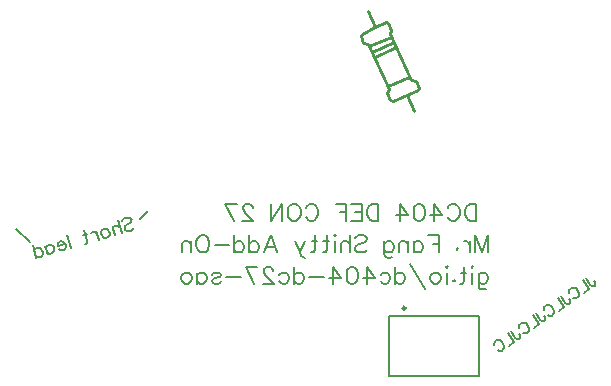
<source format=gbo>
G04 Layer: BottomSilkLayer*
G04 EasyEDA v6.1.51, Thu, 20 Jun 2019 01:18:00 GMT*
G04 13a2db1834074896a0e2ff3160756fa7,fc2bddda97e04f84aaf3dc2e9cb20b51,10*
G04 Gerber Generator version 0.2*
G04 Scale: 100 percent, Rotated: No, Reflected: No *
G04 Dimensions in millimeters *
G04 leading zeros omitted , absolute positions ,3 integer and 3 decimal *
%FSLAX33Y33*%
%MOMM*%
G90*
G71D02*

%ADD10C,0.254000*%
%ADD15C,0.203200*%
%ADD16C,0.200000*%
%ADD17C,0.202997*%

%LPD*%
G54D10*
G01X37296Y34344D02*
G01X39104Y35187D01*
G01X37557Y33905D02*
G01X39352Y34742D01*
G01X37748Y33434D02*
G01X39544Y34271D01*
G01X38874Y30960D02*
G01X40647Y31787D01*
G01X37153Y37358D02*
G01X37797Y35976D01*
G01X36646Y35440D01*
G01X36559Y35202D01*
G01X36805Y34675D01*
G01X37210Y34529D01*
G01X38959Y30778D01*
G01X38813Y30370D01*
G01X39092Y29771D01*
G01X39329Y29685D01*
G01X41401Y30651D01*
G01X41474Y30852D01*
G01X41216Y31406D01*
G01X40844Y31543D01*
G01X39040Y35411D01*
G01X39177Y35780D01*
G01X38919Y36332D01*
G01X38718Y36406D01*
G01X37797Y35976D01*
G01X40480Y30221D02*
G01X41124Y28840D01*
G54D15*
G01X46609Y11557D02*
G01X46609Y6477D01*
G01X38989Y6477D01*
G01X38989Y11557D01*
G01X46609Y11557D01*
G01X41740Y11557D01*
G01X7366Y18923D02*
G01X8541Y17747D01*
G01X46552Y15199D02*
G01X46552Y14108D01*
G01X46620Y13904D01*
G01X46689Y13836D01*
G01X46825Y13768D01*
G01X47030Y13768D01*
G01X47166Y13836D01*
G01X46552Y14995D02*
G01X46689Y15131D01*
G01X46825Y15199D01*
G01X47030Y15199D01*
G01X47166Y15131D01*
G01X47302Y14995D01*
G01X47371Y14790D01*
G01X47371Y14654D01*
G01X47302Y14449D01*
G01X47166Y14313D01*
G01X47030Y14245D01*
G01X46825Y14245D01*
G01X46689Y14313D01*
G01X46552Y14449D01*
G01X46102Y15677D02*
G01X46034Y15608D01*
G01X45966Y15677D01*
G01X46034Y15745D01*
G01X46102Y15677D01*
G01X46034Y15199D02*
G01X46034Y14245D01*
G01X45311Y15677D02*
G01X45311Y14518D01*
G01X45243Y14313D01*
G01X45107Y14245D01*
G01X44971Y14245D01*
G01X45516Y15199D02*
G01X45039Y15199D01*
G01X44452Y14586D02*
G01X44520Y14518D01*
G01X44452Y14449D01*
G01X44384Y14518D01*
G01X44452Y14586D01*
G01X43934Y15677D02*
G01X43866Y15608D01*
G01X43798Y15677D01*
G01X43866Y15745D01*
G01X43934Y15677D01*
G01X43866Y15199D02*
G01X43866Y14245D01*
G01X43007Y15199D02*
G01X43143Y15131D01*
G01X43280Y14995D01*
G01X43348Y14790D01*
G01X43348Y14654D01*
G01X43280Y14449D01*
G01X43143Y14313D01*
G01X43007Y14245D01*
G01X42802Y14245D01*
G01X42666Y14313D01*
G01X42530Y14449D01*
G01X42461Y14654D01*
G01X42461Y14790D01*
G01X42530Y14995D01*
G01X42666Y15131D01*
G01X42802Y15199D01*
G01X43007Y15199D01*
G01X40784Y15949D02*
G01X42011Y13768D01*
G01X39516Y15677D02*
G01X39516Y14245D01*
G01X39516Y14995D02*
G01X39652Y15131D01*
G01X39789Y15199D01*
G01X39993Y15199D01*
G01X40130Y15131D01*
G01X40266Y14995D01*
G01X40334Y14790D01*
G01X40334Y14654D01*
G01X40266Y14449D01*
G01X40130Y14313D01*
G01X39993Y14245D01*
G01X39789Y14245D01*
G01X39652Y14313D01*
G01X39516Y14449D01*
G01X38248Y14995D02*
G01X38384Y15131D01*
G01X38521Y15199D01*
G01X38725Y15199D01*
G01X38861Y15131D01*
G01X38998Y14995D01*
G01X39066Y14790D01*
G01X39066Y14654D01*
G01X38998Y14449D01*
G01X38861Y14313D01*
G01X38725Y14245D01*
G01X38521Y14245D01*
G01X38384Y14313D01*
G01X38248Y14449D01*
G01X37116Y15677D02*
G01X37798Y14722D01*
G01X36775Y14722D01*
G01X37116Y15677D02*
G01X37116Y14245D01*
G01X35916Y15677D02*
G01X36121Y15608D01*
G01X36257Y15404D01*
G01X36325Y15063D01*
G01X36325Y14859D01*
G01X36257Y14518D01*
G01X36121Y14313D01*
G01X35916Y14245D01*
G01X35780Y14245D01*
G01X35575Y14313D01*
G01X35439Y14518D01*
G01X35370Y14859D01*
G01X35370Y15063D01*
G01X35439Y15404D01*
G01X35575Y15608D01*
G01X35780Y15677D01*
G01X35916Y15677D01*
G01X34239Y15677D02*
G01X34921Y14722D01*
G01X33898Y14722D01*
G01X34239Y15677D02*
G01X34239Y14245D01*
G01X33448Y14859D02*
G01X32220Y14859D01*
G01X30952Y15677D02*
G01X30952Y14245D01*
G01X30952Y14995D02*
G01X31089Y15131D01*
G01X31225Y15199D01*
G01X31430Y15199D01*
G01X31566Y15131D01*
G01X31702Y14995D01*
G01X31771Y14790D01*
G01X31771Y14654D01*
G01X31702Y14449D01*
G01X31566Y14313D01*
G01X31430Y14245D01*
G01X31225Y14245D01*
G01X31089Y14313D01*
G01X30952Y14449D01*
G01X29684Y14995D02*
G01X29820Y15131D01*
G01X29957Y15199D01*
G01X30161Y15199D01*
G01X30298Y15131D01*
G01X30434Y14995D01*
G01X30502Y14790D01*
G01X30502Y14654D01*
G01X30434Y14449D01*
G01X30298Y14313D01*
G01X30161Y14245D01*
G01X29957Y14245D01*
G01X29820Y14313D01*
G01X29684Y14449D01*
G01X29166Y15336D02*
G01X29166Y15404D01*
G01X29098Y15540D01*
G01X29030Y15608D01*
G01X28893Y15677D01*
G01X28620Y15677D01*
G01X28484Y15608D01*
G01X28416Y15540D01*
G01X28348Y15404D01*
G01X28348Y15268D01*
G01X28416Y15131D01*
G01X28552Y14927D01*
G01X29234Y14245D01*
G01X28280Y14245D01*
G01X26875Y15677D02*
G01X27557Y14245D01*
G01X27830Y15677D02*
G01X26875Y15677D01*
G01X26425Y14859D02*
G01X25198Y14859D01*
G01X23998Y14995D02*
G01X24066Y15131D01*
G01X24270Y15199D01*
G01X24475Y15199D01*
G01X24680Y15131D01*
G01X24748Y14995D01*
G01X24680Y14859D01*
G01X24543Y14790D01*
G01X24202Y14722D01*
G01X24066Y14654D01*
G01X23998Y14518D01*
G01X23998Y14449D01*
G01X24066Y14313D01*
G01X24270Y14245D01*
G01X24475Y14245D01*
G01X24680Y14313D01*
G01X24748Y14449D01*
G01X22730Y15199D02*
G01X22730Y14245D01*
G01X22730Y14995D02*
G01X22866Y15131D01*
G01X23002Y15199D01*
G01X23207Y15199D01*
G01X23343Y15131D01*
G01X23480Y14995D01*
G01X23548Y14790D01*
G01X23548Y14654D01*
G01X23480Y14449D01*
G01X23343Y14313D01*
G01X23207Y14245D01*
G01X23002Y14245D01*
G01X22866Y14313D01*
G01X22730Y14449D01*
G01X21939Y15199D02*
G01X22075Y15131D01*
G01X22211Y14995D01*
G01X22280Y14790D01*
G01X22280Y14654D01*
G01X22211Y14449D01*
G01X22075Y14313D01*
G01X21939Y14245D01*
G01X21734Y14245D01*
G01X21598Y14313D01*
G01X21461Y14449D01*
G01X21393Y14654D01*
G01X21393Y14790D01*
G01X21461Y14995D01*
G01X21598Y15131D01*
G01X21734Y15199D01*
G01X21939Y15199D01*
G54D16*
G01X47371Y18344D02*
G01X47371Y16912D01*
G01X47371Y18344D02*
G01X46825Y16912D01*
G01X46280Y18344D02*
G01X46825Y16912D01*
G01X46280Y18344D02*
G01X46280Y16912D01*
G01X45830Y17866D02*
G01X45830Y16912D01*
G01X45830Y17457D02*
G01X45761Y17662D01*
G01X45625Y17798D01*
G01X45489Y17866D01*
G01X45284Y17866D01*
G01X44766Y17253D02*
G01X44834Y17185D01*
G01X44766Y17116D01*
G01X44698Y17185D01*
G01X44766Y17253D01*
G01X43198Y18344D02*
G01X43198Y16912D01*
G01X43198Y18344D02*
G01X42311Y18344D01*
G01X43198Y17662D02*
G01X42652Y17662D01*
G01X41043Y17866D02*
G01X41043Y16912D01*
G01X41043Y17662D02*
G01X41180Y17798D01*
G01X41316Y17866D01*
G01X41520Y17866D01*
G01X41657Y17798D01*
G01X41793Y17662D01*
G01X41861Y17457D01*
G01X41861Y17321D01*
G01X41793Y17116D01*
G01X41657Y16980D01*
G01X41520Y16912D01*
G01X41316Y16912D01*
G01X41180Y16980D01*
G01X41043Y17116D01*
G01X40593Y17866D02*
G01X40593Y16912D01*
G01X40593Y17594D02*
G01X40389Y17798D01*
G01X40252Y17866D01*
G01X40048Y17866D01*
G01X39911Y17798D01*
G01X39843Y17594D01*
G01X39843Y16912D01*
G01X38575Y17866D02*
G01X38575Y16775D01*
G01X38643Y16571D01*
G01X38711Y16503D01*
G01X38848Y16435D01*
G01X39052Y16435D01*
G01X39189Y16503D01*
G01X38575Y17662D02*
G01X38711Y17798D01*
G01X38848Y17866D01*
G01X39052Y17866D01*
G01X39189Y17798D01*
G01X39325Y17662D01*
G01X39393Y17457D01*
G01X39393Y17321D01*
G01X39325Y17116D01*
G01X39189Y16980D01*
G01X39052Y16912D01*
G01X38848Y16912D01*
G01X38711Y16980D01*
G01X38575Y17116D01*
G01X36121Y18139D02*
G01X36257Y18275D01*
G01X36461Y18344D01*
G01X36734Y18344D01*
G01X36939Y18275D01*
G01X37075Y18139D01*
G01X37075Y18003D01*
G01X37007Y17866D01*
G01X36939Y17798D01*
G01X36802Y17730D01*
G01X36393Y17594D01*
G01X36257Y17526D01*
G01X36189Y17457D01*
G01X36121Y17321D01*
G01X36121Y17116D01*
G01X36257Y16980D01*
G01X36461Y16912D01*
G01X36734Y16912D01*
G01X36939Y16980D01*
G01X37075Y17116D01*
G01X35670Y18344D02*
G01X35670Y16912D01*
G01X35670Y17594D02*
G01X35466Y17798D01*
G01X35330Y17866D01*
G01X35125Y17866D01*
G01X34989Y17798D01*
G01X34921Y17594D01*
G01X34921Y16912D01*
G01X34471Y18344D02*
G01X34402Y18275D01*
G01X34334Y18344D01*
G01X34402Y18412D01*
G01X34471Y18344D01*
G01X34402Y17866D02*
G01X34402Y16912D01*
G01X33680Y18344D02*
G01X33680Y17185D01*
G01X33611Y16980D01*
G01X33475Y16912D01*
G01X33339Y16912D01*
G01X33884Y17866D02*
G01X33407Y17866D01*
G01X32684Y18344D02*
G01X32684Y17185D01*
G01X32616Y16980D01*
G01X32480Y16912D01*
G01X32343Y16912D01*
G01X32889Y17866D02*
G01X32411Y17866D01*
G01X31825Y17866D02*
G01X31416Y16912D01*
G01X31007Y17866D02*
G01X31416Y16912D01*
G01X31552Y16639D01*
G01X31689Y16503D01*
G01X31825Y16435D01*
G01X31893Y16435D01*
G01X28961Y18344D02*
G01X29507Y16912D01*
G01X28961Y18344D02*
G01X28416Y16912D01*
G01X29302Y17389D02*
G01X28620Y17389D01*
G01X27148Y18344D02*
G01X27148Y16912D01*
G01X27148Y17662D02*
G01X27284Y17798D01*
G01X27421Y17866D01*
G01X27625Y17866D01*
G01X27761Y17798D01*
G01X27898Y17662D01*
G01X27966Y17457D01*
G01X27966Y17321D01*
G01X27898Y17116D01*
G01X27761Y16980D01*
G01X27625Y16912D01*
G01X27421Y16912D01*
G01X27284Y16980D01*
G01X27148Y17116D01*
G01X25880Y18344D02*
G01X25880Y16912D01*
G01X25880Y17662D02*
G01X26016Y17798D01*
G01X26152Y17866D01*
G01X26357Y17866D01*
G01X26493Y17798D01*
G01X26630Y17662D01*
G01X26698Y17457D01*
G01X26698Y17321D01*
G01X26630Y17116D01*
G01X26493Y16980D01*
G01X26357Y16912D01*
G01X26152Y16912D01*
G01X26016Y16980D01*
G01X25880Y17116D01*
G01X25430Y17526D02*
G01X24202Y17526D01*
G01X23343Y18344D02*
G01X23480Y18275D01*
G01X23616Y18139D01*
G01X23684Y18003D01*
G01X23752Y17798D01*
G01X23752Y17457D01*
G01X23684Y17253D01*
G01X23616Y17116D01*
G01X23480Y16980D01*
G01X23343Y16912D01*
G01X23070Y16912D01*
G01X22934Y16980D01*
G01X22798Y17116D01*
G01X22730Y17253D01*
G01X22661Y17457D01*
G01X22661Y17798D01*
G01X22730Y18003D01*
G01X22798Y18139D01*
G01X22934Y18275D01*
G01X23070Y18344D01*
G01X23343Y18344D01*
G01X22211Y17866D02*
G01X22211Y16912D01*
G01X22211Y17594D02*
G01X22007Y17798D01*
G01X21871Y17866D01*
G01X21666Y17866D01*
G01X21530Y17798D01*
G01X21461Y17594D01*
G01X21461Y16912D01*
G54D15*
G01X46355Y21011D02*
G01X46355Y19579D01*
G01X46355Y21011D02*
G01X45877Y21011D01*
G01X45673Y20943D01*
G01X45536Y20806D01*
G01X45468Y20670D01*
G01X45400Y20465D01*
G01X45400Y20124D01*
G01X45468Y19920D01*
G01X45536Y19783D01*
G01X45673Y19647D01*
G01X45877Y19579D01*
G01X46355Y19579D01*
G01X43927Y20670D02*
G01X43995Y20806D01*
G01X44132Y20943D01*
G01X44268Y21011D01*
G01X44541Y21011D01*
G01X44677Y20943D01*
G01X44814Y20806D01*
G01X44882Y20670D01*
G01X44950Y20465D01*
G01X44950Y20124D01*
G01X44882Y19920D01*
G01X44814Y19783D01*
G01X44677Y19647D01*
G01X44541Y19579D01*
G01X44268Y19579D01*
G01X44132Y19647D01*
G01X43995Y19783D01*
G01X43927Y19920D01*
G01X42795Y21011D02*
G01X43477Y20056D01*
G01X42455Y20056D01*
G01X42795Y21011D02*
G01X42795Y19579D01*
G01X41595Y21011D02*
G01X41800Y20943D01*
G01X41936Y20738D01*
G01X42005Y20397D01*
G01X42005Y20193D01*
G01X41936Y19852D01*
G01X41800Y19647D01*
G01X41595Y19579D01*
G01X41459Y19579D01*
G01X41255Y19647D01*
G01X41118Y19852D01*
G01X41050Y20193D01*
G01X41050Y20397D01*
G01X41118Y20738D01*
G01X41255Y20943D01*
G01X41459Y21011D01*
G01X41595Y21011D01*
G01X39918Y21011D02*
G01X40600Y20056D01*
G01X39577Y20056D01*
G01X39918Y21011D02*
G01X39918Y19579D01*
G01X38077Y21011D02*
G01X38077Y19579D01*
G01X38077Y21011D02*
G01X37600Y21011D01*
G01X37395Y20943D01*
G01X37259Y20806D01*
G01X37191Y20670D01*
G01X37123Y20465D01*
G01X37123Y20124D01*
G01X37191Y19920D01*
G01X37259Y19783D01*
G01X37395Y19647D01*
G01X37600Y19579D01*
G01X38077Y19579D01*
G01X36673Y21011D02*
G01X36673Y19579D01*
G01X36673Y21011D02*
G01X35786Y21011D01*
G01X36673Y20329D02*
G01X36127Y20329D01*
G01X36673Y19579D02*
G01X35786Y19579D01*
G01X35336Y21011D02*
G01X35336Y19579D01*
G01X35336Y21011D02*
G01X34450Y21011D01*
G01X35336Y20329D02*
G01X34791Y20329D01*
G01X31927Y20670D02*
G01X31995Y20806D01*
G01X32132Y20943D01*
G01X32268Y21011D01*
G01X32541Y21011D01*
G01X32677Y20943D01*
G01X32814Y20806D01*
G01X32882Y20670D01*
G01X32950Y20465D01*
G01X32950Y20124D01*
G01X32882Y19920D01*
G01X32814Y19783D01*
G01X32677Y19647D01*
G01X32541Y19579D01*
G01X32268Y19579D01*
G01X32132Y19647D01*
G01X31995Y19783D01*
G01X31927Y19920D01*
G01X31068Y21011D02*
G01X31205Y20943D01*
G01X31341Y20806D01*
G01X31409Y20670D01*
G01X31477Y20465D01*
G01X31477Y20124D01*
G01X31409Y19920D01*
G01X31341Y19783D01*
G01X31205Y19647D01*
G01X31068Y19579D01*
G01X30795Y19579D01*
G01X30659Y19647D01*
G01X30523Y19783D01*
G01X30455Y19920D01*
G01X30386Y20124D01*
G01X30386Y20465D01*
G01X30455Y20670D01*
G01X30523Y20806D01*
G01X30659Y20943D01*
G01X30795Y21011D01*
G01X31068Y21011D01*
G01X29936Y21011D02*
G01X29936Y19579D01*
G01X29936Y21011D02*
G01X28982Y19579D01*
G01X28982Y21011D02*
G01X28982Y19579D01*
G01X27414Y20670D02*
G01X27414Y20738D01*
G01X27345Y20874D01*
G01X27277Y20943D01*
G01X27141Y21011D01*
G01X26868Y21011D01*
G01X26732Y20943D01*
G01X26664Y20874D01*
G01X26595Y20738D01*
G01X26595Y20602D01*
G01X26664Y20465D01*
G01X26800Y20261D01*
G01X27482Y19579D01*
G01X26527Y19579D01*
G01X25123Y21011D02*
G01X25805Y19579D01*
G01X26077Y21011D02*
G01X25123Y21011D01*
G54D17*
G01X55605Y14732D02*
G01X56022Y14136D01*
G01X56137Y14050D01*
G01X56200Y14039D01*
G01X56301Y14054D01*
G01X56375Y14106D01*
G01X56424Y14195D01*
G01X56435Y14259D01*
G01X56394Y14396D01*
G01X56342Y14471D01*
G01X55359Y14559D02*
G01X55906Y13778D01*
G01X55906Y13778D02*
G01X55460Y13465D01*
G01X54238Y13497D02*
G01X54223Y13598D01*
G01X54246Y13724D01*
G01X54294Y13814D01*
G01X54443Y13918D01*
G01X54543Y13933D01*
G01X54670Y13911D01*
G01X54759Y13862D01*
G01X54875Y13777D01*
G01X55005Y13590D01*
G01X55046Y13453D01*
G01X55061Y13352D01*
G01X55039Y13226D01*
G01X54990Y13136D01*
G01X54841Y13032D01*
G01X54741Y13017D01*
G01X54614Y13039D01*
G01X54525Y13088D01*
G01X53490Y13251D02*
G01X53907Y12655D01*
G01X54022Y12569D01*
G01X54086Y12558D01*
G01X54186Y12573D01*
G01X54261Y12625D01*
G01X54309Y12715D01*
G01X54320Y12778D01*
G01X54279Y12916D01*
G01X54227Y12990D01*
G01X53244Y13079D02*
G01X53791Y12297D01*
G01X53791Y12297D02*
G01X53345Y11984D01*
G01X52123Y12016D02*
G01X52108Y12117D01*
G01X52131Y12244D01*
G01X52179Y12333D01*
G01X52328Y12437D01*
G01X52429Y12452D01*
G01X52555Y12430D01*
G01X52644Y12381D01*
G01X52760Y12296D01*
G01X52890Y12110D01*
G01X52931Y11972D01*
G01X52946Y11871D01*
G01X52924Y11745D01*
G01X52875Y11655D01*
G01X52727Y11551D01*
G01X52626Y11536D01*
G01X52499Y11558D01*
G01X52410Y11607D01*
G01X51375Y11770D02*
G01X51792Y11174D01*
G01X51907Y11088D01*
G01X51971Y11077D01*
G01X52071Y11092D01*
G01X52146Y11144D01*
G01X52194Y11234D01*
G01X52205Y11297D01*
G01X52164Y11435D01*
G01X52112Y11509D01*
G01X51129Y11598D02*
G01X51677Y10816D01*
G01X51677Y10816D02*
G01X51230Y10503D01*
G01X50008Y10535D02*
G01X49993Y10636D01*
G01X50016Y10763D01*
G01X50064Y10852D01*
G01X50213Y10956D01*
G01X50314Y10971D01*
G01X50440Y10949D01*
G01X50530Y10901D01*
G01X50645Y10815D01*
G01X50775Y10629D01*
G01X50816Y10491D01*
G01X50831Y10390D01*
G01X50809Y10264D01*
G01X50761Y10174D01*
G01X50612Y10070D01*
G01X50511Y10055D01*
G01X50384Y10078D01*
G01X50295Y10126D01*
G01X49260Y10289D02*
G01X49677Y9693D01*
G01X49792Y9608D01*
G01X49856Y9596D01*
G01X49956Y9611D01*
G01X50031Y9663D01*
G01X50079Y9753D01*
G01X50090Y9816D01*
G01X50049Y9954D01*
G01X49997Y10028D01*
G01X49014Y10117D02*
G01X49562Y9335D01*
G01X49562Y9335D02*
G01X49115Y9022D01*
G01X47893Y9055D02*
G01X47878Y9155D01*
G01X47901Y9282D01*
G01X47949Y9371D01*
G01X48098Y9475D01*
G01X48199Y9490D01*
G01X48325Y9468D01*
G01X48415Y9420D01*
G01X48530Y9334D01*
G01X48660Y9148D01*
G01X48701Y9010D01*
G01X48716Y8910D01*
G01X48694Y8783D01*
G01X48646Y8694D01*
G01X48497Y8589D01*
G01X48396Y8574D01*
G01X48270Y8597D01*
G01X48180Y8645D01*
G54D15*
G01X18601Y20446D02*
G01X17907Y19752D01*
G54D17*
G01X16402Y19565D02*
G01X16477Y19700D01*
G01X16619Y19797D01*
G01X16829Y19858D01*
G01X17001Y19850D01*
G01X17136Y19775D01*
G01X17166Y19671D01*
G01X17144Y19551D01*
G01X17106Y19483D01*
G01X17017Y19401D01*
G01X16732Y19206D01*
G01X16642Y19123D01*
G01X16605Y19056D01*
G01X16583Y18936D01*
G01X16628Y18778D01*
G01X16763Y18704D01*
G01X16935Y18696D01*
G01X17145Y18756D01*
G01X17287Y18854D01*
G01X17362Y18989D01*
G01X16011Y19623D02*
G01X16327Y18522D01*
G01X16176Y19046D02*
G01X15974Y19158D01*
G01X15854Y19181D01*
G01X15697Y19136D01*
G01X15607Y19053D01*
G01X15600Y18881D01*
G01X15750Y18357D01*
G01X14931Y18916D02*
G01X15051Y18894D01*
G01X15186Y18819D01*
G01X15284Y18677D01*
G01X15314Y18572D01*
G01X15306Y18400D01*
G01X15232Y18265D01*
G01X15142Y18182D01*
G01X14984Y18137D01*
G01X14864Y18159D01*
G01X14730Y18234D01*
G01X14632Y18376D01*
G01X14602Y18481D01*
G01X14609Y18654D01*
G01X14684Y18789D01*
G01X14774Y18871D01*
G01X14931Y18916D01*
G01X14166Y18697D02*
G01X14376Y17963D01*
G01X14256Y18382D02*
G01X14158Y18524D01*
G01X14023Y18599D01*
G01X13904Y18621D01*
G01X13746Y18576D01*
G01X13138Y18799D02*
G01X13393Y17908D01*
G01X13386Y17735D01*
G01X13296Y17653D01*
G01X13191Y17623D01*
G01X13400Y18477D02*
G01X13033Y18372D01*
G01X11722Y18393D02*
G01X12038Y17292D01*
G01X11571Y17612D02*
G01X10942Y17432D01*
G01X10912Y17537D01*
G01X10934Y17657D01*
G01X10972Y17724D01*
G01X11062Y17807D01*
G01X11219Y17852D01*
G01X11339Y17829D01*
G01X11474Y17755D01*
G01X11571Y17612D01*
G01X11601Y17507D01*
G01X11594Y17335D01*
G01X11519Y17200D01*
G01X11430Y17118D01*
G01X11272Y17073D01*
G01X11152Y17095D01*
G01X11017Y17170D01*
G01X9877Y17467D02*
G01X10087Y16733D01*
G01X9922Y17310D02*
G01X9997Y17444D01*
G01X10086Y17527D01*
G01X10244Y17572D01*
G01X10364Y17550D01*
G01X10499Y17475D01*
G01X10596Y17333D01*
G01X10626Y17228D01*
G01X10619Y17055D01*
G01X10544Y16920D01*
G01X10454Y16838D01*
G01X10297Y16793D01*
G01X10177Y16815D01*
G01X10042Y16890D01*
G01X8796Y17554D02*
G01X9112Y16453D01*
G01X8947Y17030D02*
G01X9021Y17165D01*
G01X9111Y17247D01*
G01X9269Y17292D01*
G01X9388Y17270D01*
G01X9523Y17195D01*
G01X9621Y17053D01*
G01X9651Y16948D01*
G01X9644Y16776D01*
G01X9569Y16641D01*
G01X9479Y16558D01*
G01X9322Y16513D01*
G01X9202Y16536D01*
G01X9067Y16610D01*
G54D10*
G75*
G01X40386Y12192D02*
G03X40386Y12192I-127J0D01*
G01*
M00*
M02*

</source>
